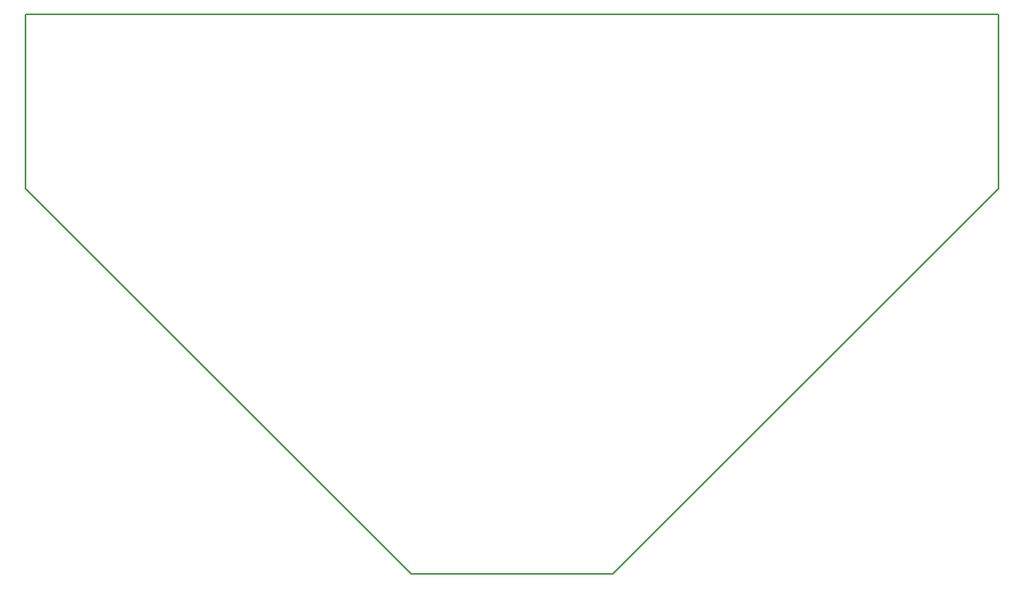
<source format=gm1>
%FSTAX23Y23*%
%MOIN*%
%SFA1B1*%

%IPPOS*%
%ADD39C,0.008000*%
%LNpendulum-1*%
%LPD*%
G54D39*
X02783Y00433D02*
X03205D01*
X00748Y02776D02*
X04819D01*
X00748Y02047D02*
Y02776D01*
X04819Y02047D02*
Y02776D01*
X00748Y02047D02*
X02362Y00433D01*
X03205D02*
X04819Y02047D01*
X02362Y00433D02*
X02783D01*
M02*
</source>
